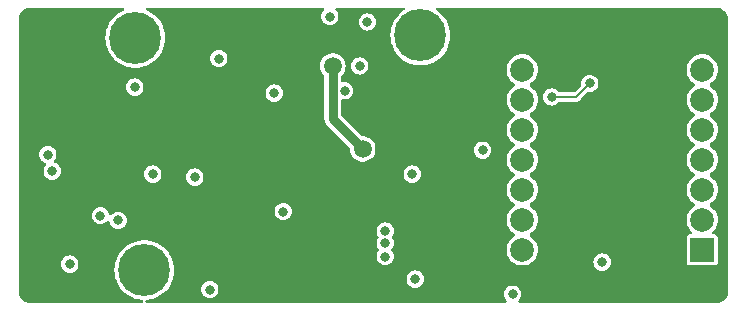
<source format=gbr>
%TF.GenerationSoftware,KiCad,Pcbnew,7.0.9*%
%TF.CreationDate,2024-04-30T03:57:03-04:00*%
%TF.ProjectId,5.2_5V,352e325f-3556-42e6-9b69-6361645f7063,rev?*%
%TF.SameCoordinates,Original*%
%TF.FileFunction,Copper,L4,Bot*%
%TF.FilePolarity,Positive*%
%FSLAX46Y46*%
G04 Gerber Fmt 4.6, Leading zero omitted, Abs format (unit mm)*
G04 Created by KiCad (PCBNEW 7.0.9) date 2024-04-30 03:57:03*
%MOMM*%
%LPD*%
G01*
G04 APERTURE LIST*
%TA.AperFunction,ComponentPad*%
%ADD10R,2.000000X2.000000*%
%TD*%
%TA.AperFunction,ComponentPad*%
%ADD11C,2.000000*%
%TD*%
%TA.AperFunction,ComponentPad*%
%ADD12C,4.400000*%
%TD*%
%TA.AperFunction,ViaPad*%
%ADD13C,0.800000*%
%TD*%
%TA.AperFunction,ViaPad*%
%ADD14C,1.500000*%
%TD*%
%TA.AperFunction,Conductor*%
%ADD15C,0.750000*%
%TD*%
%TA.AperFunction,Conductor*%
%ADD16C,0.127000*%
%TD*%
G04 APERTURE END LIST*
D10*
%TO.P,U3,1,PA02_A0_D0*%
%TO.N,GND*%
X183432500Y-52380000D03*
D11*
%TO.P,U3,2,PA4_A1_D1*%
X183432500Y-49840000D03*
%TO.P,U3,3,PA10_A2_D2*%
%TO.N,DRDY*%
X183432500Y-47300000D03*
%TO.P,U3,4,PA11_A3_D3*%
%TO.N,CS*%
X183432500Y-44760000D03*
%TO.P,U3,5,PA8_A4_D4_SDA*%
%TO.N,Net-(U3-PA8_A4_D4_SDA)*%
X183432500Y-42220000D03*
%TO.P,U3,6,PA9_A5_D5_SCL*%
X183432500Y-39680000D03*
%TO.P,U3,7,PB08_A6_D6_TX*%
X183432500Y-37140000D03*
%TO.P,U3,8,PB09_A7_D7_RX*%
X168192500Y-37140000D03*
%TO.P,U3,9,PA7_A8_D8_SCK*%
%TO.N,SCLK*%
X168192500Y-39680000D03*
%TO.P,U3,10,PA5_A9_D9_MISO*%
%TO.N,DOUT*%
X168192500Y-42220000D03*
%TO.P,U3,11,PA6_A10_D10_MOSI*%
%TO.N,DIN*%
X168192500Y-44760000D03*
%TO.P,U3,12,3V3*%
%TO.N,3V3*%
X168192500Y-47300000D03*
%TO.P,U3,13,GND*%
%TO.N,GND*%
X168192500Y-49840000D03*
%TO.P,U3,14,5V*%
%TO.N,Net-(D1-K)*%
X168192500Y-52380000D03*
%TD*%
D12*
%TO.P,H3,1*%
%TO.N,N/C*%
X159562800Y-34239200D03*
%TD*%
%TO.P,H2,1*%
%TO.N,N/C*%
X136194800Y-54102000D03*
%TD*%
%TO.P,H1,1*%
%TO.N,N/C*%
X135432800Y-34442400D03*
%TD*%
D13*
%TO.N,GND*%
X142494000Y-36195000D03*
%TO.N,5V*%
X128397000Y-45720000D03*
X174950000Y-53425000D03*
X147955000Y-49149000D03*
X156591000Y-50800000D03*
X136906000Y-45974000D03*
X156591000Y-51816000D03*
X156591000Y-52959000D03*
X133975000Y-49900000D03*
%TO.N,GND*%
X128016000Y-44323000D03*
X158877000Y-45974000D03*
X153150000Y-38925000D03*
X140462000Y-46228000D03*
X141732000Y-55753000D03*
X155075000Y-33100000D03*
X129875000Y-53594000D03*
X159131000Y-54864000D03*
X135382000Y-38608000D03*
X147193000Y-39116000D03*
X132470000Y-49493844D03*
X167375000Y-56150000D03*
X151892000Y-32639000D03*
X154425000Y-36825000D03*
X164829819Y-43958181D03*
D14*
%TO.N,Net-(PS2-+VIN_(VCC))*%
X154675700Y-43850700D03*
X152146000Y-36830000D03*
D13*
%TO.N,Net-(U3-PA8_A4_D4_SDA)*%
X170675000Y-39450000D03*
X173900000Y-38300000D03*
%TD*%
D15*
%TO.N,Net-(PS2-+VIN_(VCC))*%
X152146000Y-41321000D02*
X154675700Y-43850700D01*
X152146000Y-36830000D02*
X152146000Y-41321000D01*
D16*
%TO.N,Net-(U3-PA8_A4_D4_SDA)*%
X172750000Y-39450000D02*
X170675000Y-39450000D01*
X173900000Y-38300000D02*
X172750000Y-39450000D01*
%TD*%
%TA.AperFunction,NonConductor*%
G36*
X134453973Y-31897185D02*
G01*
X134499728Y-31949989D01*
X134509672Y-32019147D01*
X134480647Y-32082703D01*
X134432581Y-32116792D01*
X134353243Y-32148203D01*
X134353242Y-32148204D01*
X134074210Y-32301604D01*
X134074198Y-32301611D01*
X133816618Y-32488754D01*
X133816608Y-32488762D01*
X133584499Y-32706727D01*
X133381531Y-32952073D01*
X133210923Y-33220909D01*
X133210920Y-33220915D01*
X133075351Y-33509012D01*
X133075349Y-33509017D01*
X132976955Y-33811841D01*
X132917289Y-34124620D01*
X132917288Y-34124627D01*
X132897297Y-34442394D01*
X132897297Y-34442405D01*
X132917288Y-34760172D01*
X132917289Y-34760179D01*
X132976955Y-35072958D01*
X133075349Y-35375782D01*
X133075351Y-35375787D01*
X133210920Y-35663884D01*
X133210923Y-35663890D01*
X133381531Y-35932726D01*
X133381534Y-35932730D01*
X133381535Y-35932731D01*
X133533881Y-36116886D01*
X133584499Y-36178072D01*
X133602529Y-36195003D01*
X133799517Y-36379988D01*
X133816608Y-36396037D01*
X133816618Y-36396045D01*
X134074198Y-36583188D01*
X134074203Y-36583190D01*
X134074210Y-36583196D01*
X134353235Y-36736592D01*
X134353240Y-36736594D01*
X134353242Y-36736595D01*
X134353243Y-36736596D01*
X134649282Y-36853806D01*
X134649285Y-36853807D01*
X134752088Y-36880202D01*
X134957694Y-36932992D01*
X135112380Y-36952533D01*
X135273584Y-36972899D01*
X135273590Y-36972899D01*
X135273594Y-36972900D01*
X135273596Y-36972900D01*
X135592004Y-36972900D01*
X135592006Y-36972900D01*
X135592011Y-36972899D01*
X135592015Y-36972899D01*
X135675876Y-36962304D01*
X135907906Y-36932992D01*
X136216314Y-36853807D01*
X136276444Y-36830000D01*
X136512356Y-36736596D01*
X136512357Y-36736595D01*
X136512355Y-36736595D01*
X136512365Y-36736592D01*
X136791390Y-36583196D01*
X137048990Y-36396039D01*
X137263071Y-36195003D01*
X141758878Y-36195003D01*
X141777307Y-36358574D01*
X141831676Y-36513953D01*
X141831677Y-36513955D01*
X141831678Y-36513957D01*
X141919258Y-36653341D01*
X142035659Y-36769742D01*
X142175043Y-36857322D01*
X142330420Y-36911691D01*
X142330423Y-36911691D01*
X142330425Y-36911692D01*
X142493996Y-36930122D01*
X142494000Y-36930122D01*
X142494004Y-36930122D01*
X142657574Y-36911692D01*
X142657575Y-36911691D01*
X142657580Y-36911691D01*
X142812957Y-36857322D01*
X142856440Y-36830000D01*
X151060871Y-36830000D01*
X151079346Y-37029391D01*
X151079347Y-37029393D01*
X151134145Y-37221989D01*
X151134151Y-37222004D01*
X151223401Y-37401241D01*
X151223406Y-37401249D01*
X151288406Y-37487322D01*
X151343381Y-37560122D01*
X151344081Y-37561048D01*
X151400037Y-37612058D01*
X151436319Y-37671769D01*
X151440500Y-37703696D01*
X151440500Y-41297802D01*
X151440387Y-41301546D01*
X151436615Y-41363907D01*
X151436615Y-41363910D01*
X151447873Y-41425347D01*
X151448436Y-41429048D01*
X151455969Y-41491077D01*
X151459618Y-41500701D01*
X151465640Y-41522304D01*
X151467496Y-41532429D01*
X151467497Y-41532433D01*
X151493135Y-41589399D01*
X151494568Y-41592859D01*
X151516719Y-41651264D01*
X151516723Y-41651271D01*
X151522563Y-41659732D01*
X151533588Y-41679279D01*
X151537810Y-41688660D01*
X151537813Y-41688665D01*
X151576342Y-41737844D01*
X151578562Y-41740860D01*
X151614047Y-41792269D01*
X151660823Y-41833709D01*
X151663515Y-41836243D01*
X152634267Y-42806995D01*
X153556821Y-43729549D01*
X153590306Y-43790872D01*
X153592612Y-43828666D01*
X153590571Y-43850701D01*
X153609046Y-44050091D01*
X153609047Y-44050093D01*
X153663845Y-44242689D01*
X153663851Y-44242704D01*
X153753101Y-44421941D01*
X153753106Y-44421949D01*
X153873781Y-44581749D01*
X153996151Y-44693303D01*
X154021764Y-44716652D01*
X154192016Y-44822068D01*
X154378740Y-44894405D01*
X154575577Y-44931200D01*
X154575579Y-44931200D01*
X154775821Y-44931200D01*
X154775823Y-44931200D01*
X154972660Y-44894405D01*
X155159384Y-44822068D01*
X155329636Y-44716652D01*
X155477620Y-44581747D01*
X155598295Y-44421947D01*
X155687553Y-44242694D01*
X155742353Y-44050092D01*
X155750869Y-43958184D01*
X164094697Y-43958184D01*
X164113126Y-44121755D01*
X164167495Y-44277134D01*
X164167496Y-44277136D01*
X164167497Y-44277138D01*
X164255077Y-44416522D01*
X164371478Y-44532923D01*
X164510862Y-44620503D01*
X164666239Y-44674872D01*
X164666242Y-44674872D01*
X164666244Y-44674873D01*
X164829815Y-44693303D01*
X164829819Y-44693303D01*
X164829823Y-44693303D01*
X164993393Y-44674873D01*
X164993394Y-44674872D01*
X164993399Y-44674872D01*
X165148776Y-44620503D01*
X165288160Y-44532923D01*
X165404561Y-44416522D01*
X165492141Y-44277138D01*
X165546510Y-44121761D01*
X165554585Y-44050092D01*
X165564941Y-43958184D01*
X165564941Y-43958177D01*
X165546511Y-43794606D01*
X165546510Y-43794604D01*
X165546510Y-43794601D01*
X165492141Y-43639224D01*
X165404561Y-43499840D01*
X165288160Y-43383439D01*
X165148776Y-43295859D01*
X165148775Y-43295858D01*
X165148774Y-43295858D01*
X165148772Y-43295857D01*
X165015484Y-43249218D01*
X164993399Y-43241490D01*
X164993398Y-43241489D01*
X164993393Y-43241488D01*
X164829823Y-43223059D01*
X164829815Y-43223059D01*
X164666244Y-43241488D01*
X164510865Y-43295857D01*
X164510863Y-43295858D01*
X164371477Y-43383439D01*
X164255077Y-43499839D01*
X164167496Y-43639225D01*
X164167495Y-43639227D01*
X164113126Y-43794606D01*
X164094697Y-43958177D01*
X164094697Y-43958184D01*
X155750869Y-43958184D01*
X155760829Y-43850700D01*
X155742353Y-43651308D01*
X155687553Y-43458706D01*
X155687548Y-43458695D01*
X155598298Y-43279458D01*
X155598293Y-43279450D01*
X155477618Y-43119650D01*
X155329637Y-42984749D01*
X155329636Y-42984748D01*
X155264801Y-42944603D01*
X155159385Y-42879332D01*
X155159383Y-42879331D01*
X155022852Y-42826439D01*
X154972660Y-42806995D01*
X154775823Y-42770200D01*
X154775821Y-42770200D01*
X154644290Y-42770200D01*
X154577251Y-42750515D01*
X154556609Y-42733881D01*
X152887819Y-41065091D01*
X152854334Y-41003768D01*
X152851500Y-40977410D01*
X152851500Y-39765245D01*
X152871185Y-39698206D01*
X152923989Y-39652451D01*
X152989384Y-39642025D01*
X153149997Y-39660122D01*
X153150000Y-39660122D01*
X153150004Y-39660122D01*
X153313574Y-39641692D01*
X153313575Y-39641691D01*
X153313580Y-39641691D01*
X153468957Y-39587322D01*
X153608341Y-39499742D01*
X153724742Y-39383341D01*
X153812322Y-39243957D01*
X153866691Y-39088580D01*
X153870362Y-39056000D01*
X153885122Y-38925003D01*
X153885122Y-38924996D01*
X153866692Y-38761425D01*
X153866691Y-38761423D01*
X153866691Y-38761420D01*
X153812322Y-38606043D01*
X153724742Y-38466659D01*
X153608341Y-38350258D01*
X153468957Y-38262678D01*
X153468956Y-38262677D01*
X153468955Y-38262677D01*
X153468953Y-38262676D01*
X153313574Y-38208307D01*
X153150004Y-38189878D01*
X153149996Y-38189878D01*
X152989383Y-38207974D01*
X152920561Y-38195919D01*
X152869182Y-38148570D01*
X152851500Y-38084754D01*
X152851500Y-37703696D01*
X152871185Y-37636657D01*
X152891963Y-37612058D01*
X152947920Y-37561047D01*
X153068595Y-37401247D01*
X153157853Y-37221994D01*
X153212653Y-37029392D01*
X153231129Y-36830000D01*
X153230666Y-36825003D01*
X153689878Y-36825003D01*
X153708307Y-36988574D01*
X153762676Y-37143953D01*
X153762677Y-37143955D01*
X153762678Y-37143957D01*
X153850258Y-37283341D01*
X153966659Y-37399742D01*
X154106043Y-37487322D01*
X154261420Y-37541691D01*
X154261423Y-37541691D01*
X154261425Y-37541692D01*
X154424996Y-37560122D01*
X154425000Y-37560122D01*
X154425004Y-37560122D01*
X154588574Y-37541692D01*
X154588575Y-37541691D01*
X154588580Y-37541691D01*
X154743957Y-37487322D01*
X154883341Y-37399742D01*
X154999742Y-37283341D01*
X155087322Y-37143957D01*
X155141691Y-36988580D01*
X155143458Y-36972899D01*
X155160122Y-36825003D01*
X155160122Y-36824996D01*
X155141692Y-36661425D01*
X155141691Y-36661423D01*
X155141691Y-36661420D01*
X155087322Y-36506043D01*
X154999742Y-36366659D01*
X154883341Y-36250258D01*
X154743957Y-36162678D01*
X154743956Y-36162677D01*
X154743955Y-36162677D01*
X154743953Y-36162676D01*
X154588574Y-36108307D01*
X154425004Y-36089878D01*
X154424996Y-36089878D01*
X154261425Y-36108307D01*
X154106046Y-36162676D01*
X154106044Y-36162677D01*
X153966658Y-36250258D01*
X153850258Y-36366658D01*
X153762677Y-36506044D01*
X153762676Y-36506046D01*
X153708307Y-36661425D01*
X153689878Y-36824996D01*
X153689878Y-36825003D01*
X153230666Y-36825003D01*
X153225541Y-36769700D01*
X153212653Y-36630608D01*
X153212652Y-36630606D01*
X153199162Y-36583195D01*
X153157853Y-36438006D01*
X153136955Y-36396037D01*
X153068598Y-36258758D01*
X153068593Y-36258750D01*
X152947918Y-36098950D01*
X152799937Y-35964049D01*
X152799936Y-35964048D01*
X152735101Y-35923903D01*
X152629685Y-35858632D01*
X152629683Y-35858631D01*
X152489741Y-35804418D01*
X152442960Y-35786295D01*
X152246123Y-35749500D01*
X152045877Y-35749500D01*
X151849040Y-35786295D01*
X151849037Y-35786295D01*
X151849037Y-35786296D01*
X151662316Y-35858631D01*
X151662314Y-35858632D01*
X151492062Y-35964049D01*
X151344081Y-36098950D01*
X151223406Y-36258750D01*
X151223401Y-36258758D01*
X151134151Y-36437995D01*
X151134145Y-36438010D01*
X151079347Y-36630606D01*
X151079346Y-36630608D01*
X151060871Y-36829999D01*
X151060871Y-36830000D01*
X142856440Y-36830000D01*
X142952341Y-36769742D01*
X143068742Y-36653341D01*
X143156322Y-36513957D01*
X143210691Y-36358580D01*
X143219375Y-36281508D01*
X143229122Y-36195003D01*
X143229122Y-36194996D01*
X143210692Y-36031425D01*
X143210691Y-36031423D01*
X143210691Y-36031420D01*
X143156322Y-35876043D01*
X143068742Y-35736659D01*
X142952341Y-35620258D01*
X142812957Y-35532678D01*
X142812956Y-35532677D01*
X142812955Y-35532677D01*
X142812953Y-35532676D01*
X142657574Y-35478307D01*
X142494004Y-35459878D01*
X142493996Y-35459878D01*
X142330425Y-35478307D01*
X142175046Y-35532676D01*
X142175044Y-35532677D01*
X142035658Y-35620258D01*
X141919258Y-35736658D01*
X141831677Y-35876044D01*
X141831676Y-35876046D01*
X141777307Y-36031425D01*
X141758878Y-36194996D01*
X141758878Y-36195003D01*
X137263071Y-36195003D01*
X137281102Y-36178071D01*
X137484065Y-35932731D01*
X137654678Y-35663888D01*
X137790251Y-35375781D01*
X137888646Y-35072954D01*
X137948310Y-34760183D01*
X137961094Y-34556983D01*
X137968303Y-34442405D01*
X137968303Y-34442394D01*
X137948311Y-34124627D01*
X137948310Y-34124620D01*
X137948310Y-34124617D01*
X137888646Y-33811846D01*
X137790251Y-33509019D01*
X137654678Y-33220912D01*
X137577945Y-33100000D01*
X137484068Y-32952073D01*
X137421962Y-32877000D01*
X137281102Y-32706729D01*
X137258281Y-32685299D01*
X137048991Y-32488762D01*
X137048981Y-32488754D01*
X136791401Y-32301611D01*
X136791394Y-32301606D01*
X136791390Y-32301604D01*
X136512365Y-32148208D01*
X136512362Y-32148206D01*
X136512357Y-32148204D01*
X136512356Y-32148203D01*
X136433019Y-32116792D01*
X136377933Y-32073811D01*
X136354830Y-32007872D01*
X136371043Y-31939910D01*
X136421426Y-31891502D01*
X136478666Y-31877500D01*
X151321055Y-31877500D01*
X151388094Y-31897185D01*
X151433849Y-31949989D01*
X151443793Y-32019147D01*
X151414768Y-32082703D01*
X151408736Y-32089181D01*
X151317258Y-32180658D01*
X151229677Y-32320044D01*
X151229676Y-32320046D01*
X151175307Y-32475425D01*
X151156878Y-32638996D01*
X151156878Y-32639003D01*
X151175307Y-32802574D01*
X151229676Y-32957953D01*
X151229677Y-32957955D01*
X151229678Y-32957957D01*
X151317258Y-33097341D01*
X151433659Y-33213742D01*
X151573043Y-33301322D01*
X151728420Y-33355691D01*
X151728423Y-33355691D01*
X151728425Y-33355692D01*
X151891996Y-33374122D01*
X151892000Y-33374122D01*
X151892004Y-33374122D01*
X152055574Y-33355692D01*
X152055575Y-33355691D01*
X152055580Y-33355691D01*
X152210957Y-33301322D01*
X152350341Y-33213742D01*
X152464080Y-33100003D01*
X154339878Y-33100003D01*
X154358307Y-33263574D01*
X154412676Y-33418953D01*
X154412677Y-33418955D01*
X154412678Y-33418957D01*
X154500258Y-33558341D01*
X154616659Y-33674742D01*
X154756043Y-33762322D01*
X154911420Y-33816691D01*
X154911423Y-33816691D01*
X154911425Y-33816692D01*
X155074996Y-33835122D01*
X155075000Y-33835122D01*
X155075004Y-33835122D01*
X155238574Y-33816692D01*
X155238575Y-33816691D01*
X155238580Y-33816691D01*
X155393957Y-33762322D01*
X155533341Y-33674742D01*
X155649742Y-33558341D01*
X155737322Y-33418957D01*
X155791691Y-33263580D01*
X155791692Y-33263574D01*
X155810122Y-33100003D01*
X155810122Y-33099996D01*
X155791692Y-32936425D01*
X155791691Y-32936423D01*
X155791691Y-32936420D01*
X155737322Y-32781043D01*
X155649742Y-32641659D01*
X155533341Y-32525258D01*
X155393957Y-32437678D01*
X155393956Y-32437677D01*
X155393955Y-32437677D01*
X155393953Y-32437676D01*
X155238574Y-32383307D01*
X155075004Y-32364878D01*
X155074996Y-32364878D01*
X154911425Y-32383307D01*
X154756046Y-32437676D01*
X154756044Y-32437677D01*
X154616658Y-32525258D01*
X154500258Y-32641658D01*
X154412677Y-32781044D01*
X154412676Y-32781046D01*
X154358307Y-32936425D01*
X154339878Y-33099996D01*
X154339878Y-33100003D01*
X152464080Y-33100003D01*
X152466742Y-33097341D01*
X152554322Y-32957957D01*
X152608691Y-32802580D01*
X152608692Y-32802574D01*
X152627122Y-32639003D01*
X152627122Y-32638996D01*
X152608692Y-32475425D01*
X152608691Y-32475423D01*
X152608691Y-32475420D01*
X152554322Y-32320043D01*
X152466742Y-32180659D01*
X152375264Y-32089181D01*
X152341779Y-32027858D01*
X152346763Y-31958166D01*
X152388635Y-31902233D01*
X152454099Y-31877816D01*
X152462945Y-31877500D01*
X158126625Y-31877500D01*
X158193664Y-31897185D01*
X158239419Y-31949989D01*
X158249363Y-32019147D01*
X158220338Y-32082703D01*
X158199510Y-32101818D01*
X157946618Y-32285554D01*
X157946608Y-32285562D01*
X157714499Y-32503527D01*
X157511531Y-32748873D01*
X157340923Y-33017709D01*
X157340920Y-33017715D01*
X157205351Y-33305812D01*
X157205349Y-33305817D01*
X157106955Y-33608641D01*
X157047289Y-33921420D01*
X157047288Y-33921427D01*
X157027297Y-34239194D01*
X157027297Y-34239205D01*
X157047288Y-34556972D01*
X157047289Y-34556979D01*
X157106955Y-34869758D01*
X157205349Y-35172582D01*
X157205351Y-35172587D01*
X157340920Y-35460684D01*
X157340923Y-35460690D01*
X157511531Y-35729526D01*
X157511534Y-35729530D01*
X157511535Y-35729531D01*
X157705544Y-35964048D01*
X157714499Y-35974872D01*
X157946608Y-36192837D01*
X157946618Y-36192845D01*
X158204198Y-36379988D01*
X158204203Y-36379990D01*
X158204210Y-36379996D01*
X158483235Y-36533392D01*
X158483240Y-36533394D01*
X158483242Y-36533395D01*
X158483243Y-36533396D01*
X158779282Y-36650606D01*
X158779285Y-36650607D01*
X158882088Y-36677002D01*
X159087694Y-36729792D01*
X159242380Y-36749333D01*
X159403584Y-36769699D01*
X159403590Y-36769699D01*
X159403594Y-36769700D01*
X159403596Y-36769700D01*
X159722004Y-36769700D01*
X159722006Y-36769700D01*
X159722011Y-36769699D01*
X159722015Y-36769699D01*
X159805876Y-36759104D01*
X160037906Y-36729792D01*
X160346314Y-36650607D01*
X160516575Y-36583196D01*
X160642356Y-36533396D01*
X160642357Y-36533395D01*
X160642355Y-36533395D01*
X160642365Y-36533392D01*
X160921390Y-36379996D01*
X161178990Y-36192839D01*
X161411102Y-35974871D01*
X161614065Y-35729531D01*
X161784678Y-35460688D01*
X161920251Y-35172581D01*
X162018646Y-34869754D01*
X162078310Y-34556983D01*
X162085519Y-34442400D01*
X162098303Y-34239205D01*
X162098303Y-34239194D01*
X162078311Y-33921427D01*
X162078310Y-33921420D01*
X162078310Y-33921417D01*
X162018646Y-33608646D01*
X161920251Y-33305819D01*
X161918135Y-33301323D01*
X161823398Y-33099996D01*
X161784678Y-33017712D01*
X161695697Y-32877500D01*
X161614068Y-32748873D01*
X161614065Y-32748869D01*
X161411102Y-32503529D01*
X161178990Y-32285561D01*
X161178987Y-32285559D01*
X161178981Y-32285554D01*
X160926090Y-32101818D01*
X160883424Y-32046488D01*
X160877445Y-31976875D01*
X160910051Y-31915080D01*
X160970889Y-31880723D01*
X160998975Y-31877500D01*
X184607793Y-31877500D01*
X184613195Y-31877735D01*
X184656019Y-31881482D01*
X184782271Y-31893918D01*
X184802185Y-31897541D01*
X184868849Y-31915403D01*
X184962070Y-31943682D01*
X184978471Y-31949958D01*
X184979348Y-31950367D01*
X185045911Y-31981406D01*
X185048875Y-31982888D01*
X185086469Y-32002982D01*
X185132827Y-32027762D01*
X185139167Y-32031657D01*
X185205328Y-32077983D01*
X185209100Y-32080844D01*
X185281308Y-32140103D01*
X185285809Y-32144182D01*
X185343315Y-32201688D01*
X185347395Y-32206190D01*
X185406654Y-32278398D01*
X185409515Y-32282170D01*
X185455841Y-32348331D01*
X185459736Y-32354671D01*
X185504601Y-32438605D01*
X185506114Y-32441631D01*
X185537540Y-32509027D01*
X185543819Y-32525435D01*
X185572101Y-32618669D01*
X185589954Y-32685299D01*
X185593582Y-32705238D01*
X185606023Y-32831554D01*
X185609764Y-32874302D01*
X185610000Y-32879710D01*
X185610000Y-32927916D01*
X185610089Y-32928738D01*
X185649495Y-55867355D01*
X185649259Y-55872869D01*
X185645489Y-55915952D01*
X185633109Y-56041756D01*
X185629480Y-56061706D01*
X185611460Y-56128961D01*
X185583374Y-56221542D01*
X185577098Y-56237946D01*
X185545482Y-56305752D01*
X185543969Y-56308778D01*
X185499340Y-56392277D01*
X185495445Y-56398617D01*
X185448905Y-56465089D01*
X185446044Y-56468861D01*
X185387057Y-56540744D01*
X185382968Y-56545257D01*
X185325226Y-56603002D01*
X185320716Y-56607089D01*
X185248845Y-56666079D01*
X185245075Y-56668940D01*
X185178606Y-56715491D01*
X185172264Y-56719387D01*
X185088765Y-56764025D01*
X185085742Y-56765537D01*
X185017937Y-56797162D01*
X185001529Y-56803442D01*
X184908956Y-56831534D01*
X184900731Y-56833738D01*
X184841692Y-56849563D01*
X184821757Y-56853193D01*
X184697205Y-56865474D01*
X184652608Y-56869381D01*
X184647201Y-56869618D01*
X174083361Y-56870868D01*
X167985867Y-56871590D01*
X167918826Y-56851914D01*
X167873065Y-56799116D01*
X167863113Y-56729958D01*
X167892130Y-56666399D01*
X167898159Y-56659923D01*
X167949742Y-56608341D01*
X168037322Y-56468957D01*
X168091691Y-56313580D01*
X168092573Y-56305752D01*
X168110122Y-56150003D01*
X168110122Y-56149996D01*
X168091692Y-55986425D01*
X168091691Y-55986423D01*
X168091691Y-55986420D01*
X168037322Y-55831043D01*
X167949742Y-55691659D01*
X167833341Y-55575258D01*
X167693957Y-55487678D01*
X167693956Y-55487677D01*
X167693955Y-55487677D01*
X167693953Y-55487676D01*
X167560665Y-55441037D01*
X167538580Y-55433309D01*
X167538579Y-55433308D01*
X167538574Y-55433307D01*
X167375004Y-55414878D01*
X167374996Y-55414878D01*
X167211425Y-55433307D01*
X167056046Y-55487676D01*
X167056044Y-55487677D01*
X166916658Y-55575258D01*
X166800258Y-55691658D01*
X166712677Y-55831044D01*
X166712676Y-55831046D01*
X166658307Y-55986425D01*
X166639878Y-56149996D01*
X166639878Y-56150003D01*
X166658307Y-56313574D01*
X166712676Y-56468953D01*
X166712677Y-56468955D01*
X166800258Y-56608341D01*
X166851971Y-56660054D01*
X166885456Y-56721377D01*
X166880472Y-56791069D01*
X166838600Y-56847002D01*
X166773136Y-56871419D01*
X166764305Y-56871735D01*
X136402741Y-56875331D01*
X136335699Y-56855654D01*
X136289938Y-56802856D01*
X136279986Y-56733698D01*
X136309003Y-56670139D01*
X136367777Y-56632358D01*
X136387184Y-56628309D01*
X136534752Y-56609666D01*
X136669906Y-56592592D01*
X136978314Y-56513407D01*
X137042177Y-56488122D01*
X137274356Y-56396196D01*
X137274357Y-56396195D01*
X137274355Y-56396195D01*
X137274365Y-56396192D01*
X137553390Y-56242796D01*
X137810990Y-56055639D01*
X138043102Y-55837671D01*
X138113145Y-55753003D01*
X140996878Y-55753003D01*
X141015307Y-55916574D01*
X141069676Y-56071953D01*
X141069677Y-56071955D01*
X141069678Y-56071957D01*
X141157258Y-56211341D01*
X141273659Y-56327742D01*
X141413043Y-56415322D01*
X141568420Y-56469691D01*
X141568423Y-56469691D01*
X141568425Y-56469692D01*
X141731996Y-56488122D01*
X141732000Y-56488122D01*
X141732004Y-56488122D01*
X141895574Y-56469692D01*
X141895575Y-56469691D01*
X141895580Y-56469691D01*
X142050957Y-56415322D01*
X142190341Y-56327742D01*
X142306742Y-56211341D01*
X142394322Y-56071957D01*
X142448691Y-55916580D01*
X142448762Y-55915952D01*
X142467122Y-55753003D01*
X142467122Y-55752996D01*
X142448692Y-55589425D01*
X142448691Y-55589423D01*
X142448691Y-55589420D01*
X142394322Y-55434043D01*
X142306742Y-55294659D01*
X142190341Y-55178258D01*
X142050957Y-55090678D01*
X142050956Y-55090677D01*
X142050955Y-55090677D01*
X142050953Y-55090676D01*
X141895574Y-55036307D01*
X141732004Y-55017878D01*
X141731996Y-55017878D01*
X141568425Y-55036307D01*
X141413046Y-55090676D01*
X141413044Y-55090677D01*
X141273658Y-55178258D01*
X141157258Y-55294658D01*
X141069677Y-55434044D01*
X141069676Y-55434046D01*
X141015307Y-55589425D01*
X140996878Y-55752996D01*
X140996878Y-55753003D01*
X138113145Y-55753003D01*
X138246065Y-55592331D01*
X138416678Y-55323488D01*
X138552251Y-55035381D01*
X138607935Y-54864003D01*
X158395878Y-54864003D01*
X158414307Y-55027574D01*
X158468676Y-55182953D01*
X158468677Y-55182955D01*
X158468678Y-55182957D01*
X158556258Y-55322341D01*
X158672659Y-55438742D01*
X158812043Y-55526322D01*
X158967420Y-55580691D01*
X158967423Y-55580691D01*
X158967425Y-55580692D01*
X159130996Y-55599122D01*
X159131000Y-55599122D01*
X159131004Y-55599122D01*
X159294574Y-55580692D01*
X159294575Y-55580691D01*
X159294580Y-55580691D01*
X159449957Y-55526322D01*
X159589341Y-55438742D01*
X159705742Y-55322341D01*
X159793322Y-55182957D01*
X159847691Y-55027580D01*
X159866122Y-54864000D01*
X159851312Y-54732558D01*
X159847692Y-54700425D01*
X159847691Y-54700423D01*
X159847691Y-54700420D01*
X159793322Y-54545043D01*
X159705742Y-54405659D01*
X159589341Y-54289258D01*
X159449957Y-54201678D01*
X159449956Y-54201677D01*
X159449955Y-54201677D01*
X159449953Y-54201676D01*
X159294574Y-54147307D01*
X159131004Y-54128878D01*
X159130996Y-54128878D01*
X158967425Y-54147307D01*
X158812046Y-54201676D01*
X158812044Y-54201677D01*
X158672658Y-54289258D01*
X158556258Y-54405658D01*
X158468677Y-54545044D01*
X158468676Y-54545046D01*
X158414307Y-54700425D01*
X158395878Y-54863996D01*
X158395878Y-54864003D01*
X138607935Y-54864003D01*
X138650646Y-54732554D01*
X138710310Y-54419783D01*
X138716014Y-54329122D01*
X138730303Y-54102005D01*
X138730303Y-54101994D01*
X138710311Y-53784227D01*
X138710310Y-53784220D01*
X138710310Y-53784217D01*
X138650646Y-53471446D01*
X138552251Y-53168619D01*
X138522805Y-53106044D01*
X138453613Y-52959003D01*
X155855878Y-52959003D01*
X155874307Y-53122574D01*
X155928676Y-53277953D01*
X155928677Y-53277955D01*
X155928678Y-53277957D01*
X156016258Y-53417341D01*
X156132659Y-53533742D01*
X156272043Y-53621322D01*
X156427420Y-53675691D01*
X156427423Y-53675691D01*
X156427425Y-53675692D01*
X156590996Y-53694122D01*
X156591000Y-53694122D01*
X156591004Y-53694122D01*
X156754574Y-53675692D01*
X156754575Y-53675691D01*
X156754580Y-53675691D01*
X156909957Y-53621322D01*
X157049341Y-53533742D01*
X157165742Y-53417341D01*
X157253322Y-53277957D01*
X157307691Y-53122580D01*
X157309554Y-53106044D01*
X157326122Y-52959003D01*
X157326122Y-52958996D01*
X157307692Y-52795425D01*
X157307691Y-52795423D01*
X157307691Y-52795420D01*
X157253322Y-52640043D01*
X157165742Y-52500659D01*
X157140264Y-52475181D01*
X157106779Y-52413858D01*
X157109200Y-52380002D01*
X166856918Y-52380002D01*
X166877208Y-52611919D01*
X166877208Y-52611923D01*
X166937460Y-52836788D01*
X166937462Y-52836792D01*
X166937463Y-52836796D01*
X166981707Y-52931677D01*
X167035851Y-53047790D01*
X167035852Y-53047792D01*
X167169381Y-53238491D01*
X167169386Y-53238497D01*
X167334002Y-53403113D01*
X167334008Y-53403118D01*
X167524707Y-53536647D01*
X167524709Y-53536648D01*
X167735704Y-53635037D01*
X167960579Y-53695292D01*
X168155182Y-53712317D01*
X168192498Y-53715582D01*
X168192500Y-53715582D01*
X168192502Y-53715582D01*
X168222561Y-53712951D01*
X168424421Y-53695292D01*
X168649296Y-53635037D01*
X168860291Y-53536648D01*
X169019737Y-53425003D01*
X174214878Y-53425003D01*
X174233307Y-53588574D01*
X174287676Y-53743953D01*
X174287677Y-53743955D01*
X174287678Y-53743957D01*
X174375258Y-53883341D01*
X174491659Y-53999742D01*
X174631043Y-54087322D01*
X174786420Y-54141691D01*
X174786423Y-54141691D01*
X174786425Y-54141692D01*
X174949996Y-54160122D01*
X174950000Y-54160122D01*
X174950004Y-54160122D01*
X175113574Y-54141692D01*
X175113575Y-54141691D01*
X175113580Y-54141691D01*
X175268957Y-54087322D01*
X175408341Y-53999742D01*
X175524742Y-53883341D01*
X175612322Y-53743957D01*
X175666691Y-53588580D01*
X175668504Y-53572491D01*
X175685122Y-53425003D01*
X175685122Y-53424996D01*
X175666692Y-53261425D01*
X175666691Y-53261423D01*
X175666691Y-53261420D01*
X175612322Y-53106043D01*
X175524742Y-52966659D01*
X175408341Y-52850258D01*
X175268957Y-52762678D01*
X175268956Y-52762677D01*
X175268955Y-52762677D01*
X175268953Y-52762676D01*
X175113574Y-52708307D01*
X174950004Y-52689878D01*
X174949996Y-52689878D01*
X174786425Y-52708307D01*
X174631046Y-52762676D01*
X174631044Y-52762677D01*
X174491658Y-52850258D01*
X174375258Y-52966658D01*
X174287677Y-53106044D01*
X174287676Y-53106046D01*
X174233307Y-53261425D01*
X174214878Y-53424996D01*
X174214878Y-53425003D01*
X169019737Y-53425003D01*
X169050996Y-53403115D01*
X169215615Y-53238496D01*
X169349148Y-53047791D01*
X169447537Y-52836796D01*
X169507792Y-52611921D01*
X169528082Y-52380000D01*
X169507792Y-52148079D01*
X169447537Y-51923204D01*
X169349148Y-51712209D01*
X169334012Y-51690593D01*
X169215618Y-51521508D01*
X169215613Y-51521502D01*
X169050997Y-51356886D01*
X169050991Y-51356881D01*
X168860292Y-51223352D01*
X168858213Y-51222383D01*
X168857451Y-51221712D01*
X168855601Y-51220644D01*
X168855815Y-51220272D01*
X168805773Y-51176211D01*
X168786620Y-51109018D01*
X168806835Y-51042136D01*
X168855802Y-50999705D01*
X168855601Y-50999356D01*
X168857414Y-50998309D01*
X168858213Y-50997617D01*
X168858230Y-50997608D01*
X168860291Y-50996648D01*
X169050996Y-50863115D01*
X169215615Y-50698496D01*
X169349148Y-50507791D01*
X169447537Y-50296796D01*
X169507792Y-50071921D01*
X169528082Y-49840002D01*
X182096918Y-49840002D01*
X182099166Y-49865692D01*
X182113312Y-50027393D01*
X182117208Y-50071919D01*
X182117208Y-50071923D01*
X182177460Y-50296788D01*
X182177462Y-50296792D01*
X182177463Y-50296796D01*
X182198383Y-50341658D01*
X182275851Y-50507790D01*
X182275852Y-50507792D01*
X182409381Y-50698491D01*
X182409386Y-50698497D01*
X182548708Y-50837819D01*
X182582193Y-50899142D01*
X182577209Y-50968834D01*
X182535337Y-51024767D01*
X182469873Y-51049184D01*
X182461027Y-51049500D01*
X182393775Y-51049500D01*
X182345640Y-51055836D01*
X182345639Y-51055837D01*
X182240008Y-51105094D01*
X182157594Y-51187508D01*
X182108337Y-51293139D01*
X182108336Y-51293140D01*
X182102000Y-51341275D01*
X182102000Y-53418724D01*
X182108336Y-53466859D01*
X182108337Y-53466860D01*
X182139525Y-53533742D01*
X182157594Y-53572491D01*
X182240009Y-53654906D01*
X182284583Y-53675691D01*
X182345639Y-53704162D01*
X182345640Y-53704163D01*
X182393775Y-53710500D01*
X182393776Y-53710500D01*
X184471225Y-53710500D01*
X184519359Y-53704163D01*
X184624991Y-53654906D01*
X184707406Y-53572491D01*
X184756663Y-53466859D01*
X184763000Y-53418724D01*
X184763000Y-51341276D01*
X184756663Y-51293141D01*
X184707406Y-51187509D01*
X184624991Y-51105094D01*
X184603424Y-51095037D01*
X184519360Y-51055837D01*
X184519359Y-51055836D01*
X184471225Y-51049500D01*
X184471224Y-51049500D01*
X184403973Y-51049500D01*
X184336934Y-51029815D01*
X184291179Y-50977011D01*
X184281235Y-50907853D01*
X184310260Y-50844297D01*
X184316292Y-50837819D01*
X184354115Y-50799996D01*
X184455615Y-50698496D01*
X184589148Y-50507791D01*
X184687537Y-50296796D01*
X184747792Y-50071921D01*
X184768082Y-49840000D01*
X184765702Y-49812801D01*
X184764136Y-49794907D01*
X184747792Y-49608079D01*
X184687537Y-49383204D01*
X184589148Y-49172209D01*
X184493425Y-49035503D01*
X184455618Y-48981508D01*
X184455613Y-48981502D01*
X184290997Y-48816886D01*
X184290991Y-48816881D01*
X184100292Y-48683352D01*
X184098213Y-48682383D01*
X184097451Y-48681712D01*
X184095601Y-48680644D01*
X184095815Y-48680272D01*
X184045773Y-48636211D01*
X184026620Y-48569018D01*
X184046835Y-48502136D01*
X184095802Y-48459705D01*
X184095601Y-48459356D01*
X184097414Y-48458309D01*
X184098213Y-48457617D01*
X184098230Y-48457608D01*
X184100291Y-48456648D01*
X184290996Y-48323115D01*
X184455615Y-48158496D01*
X184589148Y-47967791D01*
X184687537Y-47756796D01*
X184747792Y-47531921D01*
X184768082Y-47300000D01*
X184747792Y-47068079D01*
X184710916Y-46930458D01*
X184687539Y-46843211D01*
X184687538Y-46843210D01*
X184687537Y-46843204D01*
X184589148Y-46632209D01*
X184465150Y-46455122D01*
X184455618Y-46441508D01*
X184455613Y-46441502D01*
X184290997Y-46276886D01*
X184290991Y-46276881D01*
X184100292Y-46143352D01*
X184098213Y-46142383D01*
X184097451Y-46141712D01*
X184095601Y-46140644D01*
X184095815Y-46140272D01*
X184045773Y-46096211D01*
X184026620Y-46029018D01*
X184046835Y-45962136D01*
X184095802Y-45919705D01*
X184095601Y-45919356D01*
X184097414Y-45918309D01*
X184098213Y-45917617D01*
X184098230Y-45917608D01*
X184100291Y-45916648D01*
X184290996Y-45783115D01*
X184455615Y-45618496D01*
X184589148Y-45427791D01*
X184687537Y-45216796D01*
X184747792Y-44991921D01*
X184768082Y-44760000D01*
X184747792Y-44528079D01*
X184687537Y-44303204D01*
X184589148Y-44092209D01*
X184559657Y-44050092D01*
X184455618Y-43901508D01*
X184455613Y-43901502D01*
X184290997Y-43736886D01*
X184290991Y-43736881D01*
X184100292Y-43603352D01*
X184098213Y-43602383D01*
X184097451Y-43601712D01*
X184095601Y-43600644D01*
X184095815Y-43600272D01*
X184045773Y-43556211D01*
X184026620Y-43489018D01*
X184046835Y-43422136D01*
X184095802Y-43379705D01*
X184095601Y-43379356D01*
X184097414Y-43378309D01*
X184098213Y-43377617D01*
X184098230Y-43377608D01*
X184100291Y-43376648D01*
X184290996Y-43243115D01*
X184455615Y-43078496D01*
X184589148Y-42887791D01*
X184687537Y-42676796D01*
X184747792Y-42451921D01*
X184768082Y-42220000D01*
X184747792Y-41988079D01*
X184687537Y-41763204D01*
X184589148Y-41552209D01*
X184575299Y-41532431D01*
X184455618Y-41361508D01*
X184455613Y-41361502D01*
X184290997Y-41196886D01*
X184290991Y-41196881D01*
X184100292Y-41063352D01*
X184098213Y-41062383D01*
X184097451Y-41061712D01*
X184095601Y-41060644D01*
X184095815Y-41060272D01*
X184045773Y-41016211D01*
X184026620Y-40949018D01*
X184046835Y-40882136D01*
X184095802Y-40839705D01*
X184095601Y-40839356D01*
X184097414Y-40838309D01*
X184098213Y-40837617D01*
X184098230Y-40837608D01*
X184100291Y-40836648D01*
X184290996Y-40703115D01*
X184455615Y-40538496D01*
X184589148Y-40347791D01*
X184687537Y-40136796D01*
X184747792Y-39911921D01*
X184768082Y-39680000D01*
X184764730Y-39641691D01*
X184762271Y-39613580D01*
X184747792Y-39448079D01*
X184702641Y-39279574D01*
X184687539Y-39223211D01*
X184687538Y-39223210D01*
X184687537Y-39223204D01*
X184589148Y-39012209D01*
X184554217Y-38962323D01*
X184455618Y-38821508D01*
X184455613Y-38821502D01*
X184290997Y-38656886D01*
X184290991Y-38656881D01*
X184100292Y-38523352D01*
X184098213Y-38522383D01*
X184097451Y-38521712D01*
X184095601Y-38520644D01*
X184095815Y-38520272D01*
X184045773Y-38476211D01*
X184026620Y-38409018D01*
X184046835Y-38342136D01*
X184095802Y-38299705D01*
X184095601Y-38299356D01*
X184097414Y-38298309D01*
X184098213Y-38297617D01*
X184098230Y-38297608D01*
X184100291Y-38296648D01*
X184290996Y-38163115D01*
X184455615Y-37998496D01*
X184589148Y-37807791D01*
X184687537Y-37596796D01*
X184747792Y-37371921D01*
X184768082Y-37140000D01*
X184747792Y-36908079D01*
X184687537Y-36683204D01*
X184589148Y-36472209D01*
X184535817Y-36396045D01*
X184455618Y-36281508D01*
X184455613Y-36281502D01*
X184290997Y-36116886D01*
X184290991Y-36116881D01*
X184100292Y-35983352D01*
X184100290Y-35983351D01*
X183991724Y-35932726D01*
X183889296Y-35884963D01*
X183889292Y-35884962D01*
X183889288Y-35884960D01*
X183664421Y-35824708D01*
X183432502Y-35804418D01*
X183432498Y-35804418D01*
X183277886Y-35817944D01*
X183200579Y-35824708D01*
X183200576Y-35824708D01*
X182975711Y-35884960D01*
X182975702Y-35884964D01*
X182764709Y-35983351D01*
X182764707Y-35983352D01*
X182574008Y-36116881D01*
X182574002Y-36116886D01*
X182409386Y-36281502D01*
X182409381Y-36281508D01*
X182275852Y-36472207D01*
X182275851Y-36472209D01*
X182177464Y-36683202D01*
X182177460Y-36683211D01*
X182117208Y-36908076D01*
X182117208Y-36908080D01*
X182096918Y-37139997D01*
X182096918Y-37140002D01*
X182117208Y-37371919D01*
X182117208Y-37371923D01*
X182177460Y-37596788D01*
X182177462Y-37596792D01*
X182177463Y-37596796D01*
X182196527Y-37637678D01*
X182275851Y-37807790D01*
X182275852Y-37807792D01*
X182409381Y-37998491D01*
X182409386Y-37998497D01*
X182574002Y-38163113D01*
X182574008Y-38163118D01*
X182620853Y-38195919D01*
X182764709Y-38296648D01*
X182766202Y-38297344D01*
X182766793Y-38297620D01*
X182767556Y-38298291D01*
X182769399Y-38299356D01*
X182769185Y-38299726D01*
X182819230Y-38343795D01*
X182838379Y-38410989D01*
X182818160Y-38477869D01*
X182769198Y-38520295D01*
X182769399Y-38520644D01*
X182767593Y-38521686D01*
X182766793Y-38522380D01*
X182764708Y-38523352D01*
X182764707Y-38523352D01*
X182574008Y-38656881D01*
X182574002Y-38656886D01*
X182409386Y-38821502D01*
X182409381Y-38821508D01*
X182275852Y-39012207D01*
X182275851Y-39012209D01*
X182177464Y-39223202D01*
X182177460Y-39223211D01*
X182117208Y-39448076D01*
X182117208Y-39448080D01*
X182100270Y-39641691D01*
X182096918Y-39680000D01*
X182116894Y-39908337D01*
X182117208Y-39911919D01*
X182117208Y-39911923D01*
X182177460Y-40136788D01*
X182177462Y-40136792D01*
X182177463Y-40136796D01*
X182191404Y-40166692D01*
X182275851Y-40347790D01*
X182275852Y-40347792D01*
X182409381Y-40538491D01*
X182409385Y-40538496D01*
X182574004Y-40703115D01*
X182764709Y-40836648D01*
X182766202Y-40837344D01*
X182766793Y-40837620D01*
X182767556Y-40838291D01*
X182769399Y-40839356D01*
X182769185Y-40839726D01*
X182819230Y-40883795D01*
X182838379Y-40950989D01*
X182818160Y-41017869D01*
X182769198Y-41060295D01*
X182769399Y-41060644D01*
X182767593Y-41061686D01*
X182766793Y-41062380D01*
X182764708Y-41063352D01*
X182764707Y-41063352D01*
X182574008Y-41196881D01*
X182574002Y-41196886D01*
X182409386Y-41361502D01*
X182409381Y-41361508D01*
X182275852Y-41552207D01*
X182275851Y-41552209D01*
X182177464Y-41763202D01*
X182177460Y-41763211D01*
X182117208Y-41988076D01*
X182117208Y-41988080D01*
X182096918Y-42219997D01*
X182096918Y-42220002D01*
X182117208Y-42451919D01*
X182117208Y-42451923D01*
X182177460Y-42676788D01*
X182177462Y-42676792D01*
X182177463Y-42676796D01*
X182211839Y-42750515D01*
X182275851Y-42887790D01*
X182275852Y-42887792D01*
X182409381Y-43078491D01*
X182409385Y-43078496D01*
X182574004Y-43243115D01*
X182764709Y-43376648D01*
X182766202Y-43377344D01*
X182766793Y-43377620D01*
X182767556Y-43378291D01*
X182769399Y-43379356D01*
X182769185Y-43379726D01*
X182819230Y-43423795D01*
X182838379Y-43490989D01*
X182818160Y-43557869D01*
X182769198Y-43600295D01*
X182769399Y-43600644D01*
X182767593Y-43601686D01*
X182766793Y-43602380D01*
X182764708Y-43603352D01*
X182764707Y-43603352D01*
X182574008Y-43736881D01*
X182574002Y-43736886D01*
X182409386Y-43901502D01*
X182409381Y-43901508D01*
X182275852Y-44092207D01*
X182275851Y-44092209D01*
X182177464Y-44303202D01*
X182177460Y-44303211D01*
X182117208Y-44528076D01*
X182117208Y-44528080D01*
X182100711Y-44716650D01*
X182096918Y-44760000D01*
X182108676Y-44894403D01*
X182117208Y-44991919D01*
X182117208Y-44991923D01*
X182177460Y-45216788D01*
X182177462Y-45216792D01*
X182177463Y-45216796D01*
X182221707Y-45311677D01*
X182275851Y-45427790D01*
X182275852Y-45427792D01*
X182409381Y-45618491D01*
X182409386Y-45618497D01*
X182574002Y-45783113D01*
X182574008Y-45783118D01*
X182613007Y-45810425D01*
X182764709Y-45916648D01*
X182766202Y-45917344D01*
X182766793Y-45917620D01*
X182767556Y-45918291D01*
X182769399Y-45919356D01*
X182769185Y-45919726D01*
X182819230Y-45963795D01*
X182838379Y-46030989D01*
X182818160Y-46097869D01*
X182769198Y-46140295D01*
X182769399Y-46140644D01*
X182767593Y-46141686D01*
X182766793Y-46142380D01*
X182764708Y-46143352D01*
X182764707Y-46143352D01*
X182574008Y-46276881D01*
X182574002Y-46276886D01*
X182409386Y-46441502D01*
X182409381Y-46441508D01*
X182275852Y-46632207D01*
X182275851Y-46632209D01*
X182177464Y-46843202D01*
X182177460Y-46843211D01*
X182117208Y-47068076D01*
X182117208Y-47068080D01*
X182096918Y-47299997D01*
X182096918Y-47300002D01*
X182117208Y-47531919D01*
X182117208Y-47531923D01*
X182177460Y-47756788D01*
X182177462Y-47756792D01*
X182177463Y-47756796D01*
X182226657Y-47862293D01*
X182275851Y-47967790D01*
X182275852Y-47967792D01*
X182409381Y-48158491D01*
X182409385Y-48158496D01*
X182574004Y-48323115D01*
X182764709Y-48456648D01*
X182766202Y-48457344D01*
X182766793Y-48457620D01*
X182767556Y-48458291D01*
X182769399Y-48459356D01*
X182769185Y-48459726D01*
X182819230Y-48503795D01*
X182838379Y-48570989D01*
X182818160Y-48637869D01*
X182769198Y-48680295D01*
X182769399Y-48680644D01*
X182767593Y-48681686D01*
X182766793Y-48682380D01*
X182764708Y-48683352D01*
X182764707Y-48683352D01*
X182574008Y-48816881D01*
X182574002Y-48816886D01*
X182409386Y-48981502D01*
X182409381Y-48981508D01*
X182275852Y-49172207D01*
X182275851Y-49172209D01*
X182177464Y-49383202D01*
X182177460Y-49383211D01*
X182117208Y-49608076D01*
X182117208Y-49608079D01*
X182112891Y-49657424D01*
X182096918Y-49839997D01*
X182096918Y-49840002D01*
X169528082Y-49840002D01*
X169528082Y-49840000D01*
X169525702Y-49812801D01*
X169524136Y-49794907D01*
X169507792Y-49608079D01*
X169447537Y-49383204D01*
X169349148Y-49172209D01*
X169253425Y-49035503D01*
X169215618Y-48981508D01*
X169215613Y-48981502D01*
X169050997Y-48816886D01*
X169050991Y-48816881D01*
X168860292Y-48683352D01*
X168858213Y-48682383D01*
X168857451Y-48681712D01*
X168855601Y-48680644D01*
X168855815Y-48680272D01*
X168805773Y-48636211D01*
X168786620Y-48569018D01*
X168806835Y-48502136D01*
X168855802Y-48459705D01*
X168855601Y-48459356D01*
X168857414Y-48458309D01*
X168858213Y-48457617D01*
X168858230Y-48457608D01*
X168860291Y-48456648D01*
X169050996Y-48323115D01*
X169215615Y-48158496D01*
X169349148Y-47967791D01*
X169447537Y-47756796D01*
X169507792Y-47531921D01*
X169528082Y-47300000D01*
X169507792Y-47068079D01*
X169470916Y-46930458D01*
X169447539Y-46843211D01*
X169447538Y-46843210D01*
X169447537Y-46843204D01*
X169349148Y-46632209D01*
X169225150Y-46455122D01*
X169215618Y-46441508D01*
X169215613Y-46441502D01*
X169050997Y-46276886D01*
X169050991Y-46276881D01*
X168860292Y-46143352D01*
X168858213Y-46142383D01*
X168857451Y-46141712D01*
X168855601Y-46140644D01*
X168855815Y-46140272D01*
X168805773Y-46096211D01*
X168786620Y-46029018D01*
X168806835Y-45962136D01*
X168855802Y-45919705D01*
X168855601Y-45919356D01*
X168857414Y-45918309D01*
X168858213Y-45917617D01*
X168858230Y-45917608D01*
X168860291Y-45916648D01*
X169050996Y-45783115D01*
X169215615Y-45618496D01*
X169349148Y-45427791D01*
X169447537Y-45216796D01*
X169507792Y-44991921D01*
X169528082Y-44760000D01*
X169507792Y-44528079D01*
X169447537Y-44303204D01*
X169349148Y-44092209D01*
X169319657Y-44050092D01*
X169215618Y-43901508D01*
X169215613Y-43901502D01*
X169050997Y-43736886D01*
X169050991Y-43736881D01*
X168860292Y-43603352D01*
X168858213Y-43602383D01*
X168857451Y-43601712D01*
X168855601Y-43600644D01*
X168855815Y-43600272D01*
X168805773Y-43556211D01*
X168786620Y-43489018D01*
X168806835Y-43422136D01*
X168855802Y-43379705D01*
X168855601Y-43379356D01*
X168857414Y-43378309D01*
X168858213Y-43377617D01*
X168858230Y-43377608D01*
X168860291Y-43376648D01*
X169050996Y-43243115D01*
X169215615Y-43078496D01*
X169349148Y-42887791D01*
X169447537Y-42676796D01*
X169507792Y-42451921D01*
X169528082Y-42220000D01*
X169507792Y-41988079D01*
X169447537Y-41763204D01*
X169349148Y-41552209D01*
X169335299Y-41532431D01*
X169215618Y-41361508D01*
X169215613Y-41361502D01*
X169050997Y-41196886D01*
X169050991Y-41196881D01*
X168860292Y-41063352D01*
X168858213Y-41062383D01*
X168857451Y-41061712D01*
X168855601Y-41060644D01*
X168855815Y-41060272D01*
X168805773Y-41016211D01*
X168786620Y-40949018D01*
X168806835Y-40882136D01*
X168855802Y-40839705D01*
X168855601Y-40839356D01*
X168857414Y-40838309D01*
X168858213Y-40837617D01*
X168858230Y-40837608D01*
X168860291Y-40836648D01*
X169050996Y-40703115D01*
X169215615Y-40538496D01*
X169349148Y-40347791D01*
X169447537Y-40136796D01*
X169507792Y-39911921D01*
X169528082Y-39680000D01*
X169524730Y-39641691D01*
X169522271Y-39613580D01*
X169507960Y-39450003D01*
X169939878Y-39450003D01*
X169958307Y-39613574D01*
X170012676Y-39768953D01*
X170012677Y-39768955D01*
X170012678Y-39768957D01*
X170100258Y-39908341D01*
X170216659Y-40024742D01*
X170356043Y-40112322D01*
X170511420Y-40166691D01*
X170511423Y-40166691D01*
X170511425Y-40166692D01*
X170674996Y-40185122D01*
X170675000Y-40185122D01*
X170675004Y-40185122D01*
X170838574Y-40166692D01*
X170838575Y-40166691D01*
X170838580Y-40166691D01*
X170993957Y-40112322D01*
X171133341Y-40024742D01*
X171249742Y-39908341D01*
X171253707Y-39902031D01*
X171306040Y-39855738D01*
X171358702Y-39844000D01*
X172812403Y-39844000D01*
X172812404Y-39844000D01*
X172832986Y-39837311D01*
X172851902Y-39832770D01*
X172873270Y-39829387D01*
X172892553Y-39819560D01*
X172910517Y-39812119D01*
X172931102Y-39805432D01*
X172948609Y-39792711D01*
X172965191Y-39782550D01*
X172984474Y-39772726D01*
X173072726Y-39684474D01*
X173131285Y-39625915D01*
X173131297Y-39625901D01*
X173697871Y-39059328D01*
X173759192Y-39025845D01*
X173799434Y-39023791D01*
X173899997Y-39035122D01*
X173900000Y-39035122D01*
X173900004Y-39035122D01*
X174063574Y-39016692D01*
X174063575Y-39016691D01*
X174063580Y-39016691D01*
X174218957Y-38962322D01*
X174358341Y-38874742D01*
X174474742Y-38758341D01*
X174562322Y-38618957D01*
X174616691Y-38463580D01*
X174616692Y-38463574D01*
X174635122Y-38300003D01*
X174635122Y-38299996D01*
X174616692Y-38136425D01*
X174616691Y-38136423D01*
X174616691Y-38136420D01*
X174562322Y-37981043D01*
X174474742Y-37841659D01*
X174358341Y-37725258D01*
X174218957Y-37637678D01*
X174218956Y-37637677D01*
X174218955Y-37637677D01*
X174218953Y-37637676D01*
X174063574Y-37583307D01*
X173900004Y-37564878D01*
X173899996Y-37564878D01*
X173736425Y-37583307D01*
X173581046Y-37637676D01*
X173581044Y-37637677D01*
X173441658Y-37725258D01*
X173325258Y-37841658D01*
X173237677Y-37981044D01*
X173237676Y-37981046D01*
X173183307Y-38136425D01*
X173164878Y-38299996D01*
X173164878Y-38300002D01*
X173176208Y-38400564D01*
X173164153Y-38469386D01*
X173140669Y-38502128D01*
X172623119Y-39019681D01*
X172561796Y-39053166D01*
X172535438Y-39056000D01*
X171358702Y-39056000D01*
X171291663Y-39036315D01*
X171253707Y-38997969D01*
X171249744Y-38991662D01*
X171249741Y-38991658D01*
X171133341Y-38875258D01*
X171132518Y-38874741D01*
X170993957Y-38787678D01*
X170993956Y-38787677D01*
X170993955Y-38787677D01*
X170993953Y-38787676D01*
X170838574Y-38733307D01*
X170675004Y-38714878D01*
X170674996Y-38714878D01*
X170511425Y-38733307D01*
X170356046Y-38787676D01*
X170356044Y-38787677D01*
X170216658Y-38875258D01*
X170100258Y-38991658D01*
X170012677Y-39131044D01*
X170012676Y-39131046D01*
X169958307Y-39286425D01*
X169939878Y-39449996D01*
X169939878Y-39450003D01*
X169507960Y-39450003D01*
X169507792Y-39448079D01*
X169462641Y-39279574D01*
X169447539Y-39223211D01*
X169447538Y-39223210D01*
X169447537Y-39223204D01*
X169349148Y-39012209D01*
X169314217Y-38962323D01*
X169215618Y-38821508D01*
X169215613Y-38821502D01*
X169050997Y-38656886D01*
X169050991Y-38656881D01*
X168860292Y-38523352D01*
X168858213Y-38522383D01*
X168857451Y-38521712D01*
X168855601Y-38520644D01*
X168855815Y-38520272D01*
X168805773Y-38476211D01*
X168786620Y-38409018D01*
X168806835Y-38342136D01*
X168855802Y-38299705D01*
X168855601Y-38299356D01*
X168857414Y-38298309D01*
X168858213Y-38297617D01*
X168858230Y-38297608D01*
X168860291Y-38296648D01*
X169050996Y-38163115D01*
X169215615Y-37998496D01*
X169349148Y-37807791D01*
X169447537Y-37596796D01*
X169507792Y-37371921D01*
X169528082Y-37140000D01*
X169507792Y-36908079D01*
X169447537Y-36683204D01*
X169349148Y-36472209D01*
X169295817Y-36396045D01*
X169215618Y-36281508D01*
X169215613Y-36281502D01*
X169050997Y-36116886D01*
X169050991Y-36116881D01*
X168860292Y-35983352D01*
X168860290Y-35983351D01*
X168751724Y-35932726D01*
X168649296Y-35884963D01*
X168649292Y-35884962D01*
X168649288Y-35884960D01*
X168424421Y-35824708D01*
X168192502Y-35804418D01*
X168192498Y-35804418D01*
X168037886Y-35817944D01*
X167960579Y-35824708D01*
X167960576Y-35824708D01*
X167735711Y-35884960D01*
X167735702Y-35884964D01*
X167524709Y-35983351D01*
X167524707Y-35983352D01*
X167334008Y-36116881D01*
X167334002Y-36116886D01*
X167169386Y-36281502D01*
X167169381Y-36281508D01*
X167035852Y-36472207D01*
X167035851Y-36472209D01*
X166937464Y-36683202D01*
X166937460Y-36683211D01*
X166877208Y-36908076D01*
X166877208Y-36908080D01*
X166856918Y-37139997D01*
X166856918Y-37140002D01*
X166877208Y-37371919D01*
X166877208Y-37371923D01*
X166937460Y-37596788D01*
X166937462Y-37596792D01*
X166937463Y-37596796D01*
X166956527Y-37637678D01*
X167035851Y-37807790D01*
X167035852Y-37807792D01*
X167169381Y-37998491D01*
X167169386Y-37998497D01*
X167334002Y-38163113D01*
X167334008Y-38163118D01*
X167380853Y-38195919D01*
X167524709Y-38296648D01*
X167526202Y-38297344D01*
X167526793Y-38297620D01*
X167527556Y-38298291D01*
X167529399Y-38299356D01*
X167529185Y-38299726D01*
X167579230Y-38343795D01*
X167598379Y-38410989D01*
X167578160Y-38477869D01*
X167529198Y-38520295D01*
X167529399Y-38520644D01*
X167527593Y-38521686D01*
X167526793Y-38522380D01*
X167524708Y-38523352D01*
X167524707Y-38523352D01*
X167334008Y-38656881D01*
X167334002Y-38656886D01*
X167169386Y-38821502D01*
X167169381Y-38821508D01*
X167035852Y-39012207D01*
X167035851Y-39012209D01*
X166937464Y-39223202D01*
X166937460Y-39223211D01*
X166877208Y-39448076D01*
X166877208Y-39448080D01*
X166860270Y-39641691D01*
X166856918Y-39680000D01*
X166876894Y-39908337D01*
X166877208Y-39911919D01*
X166877208Y-39911923D01*
X166937460Y-40136788D01*
X166937462Y-40136792D01*
X166937463Y-40136796D01*
X166951404Y-40166692D01*
X167035851Y-40347790D01*
X167035852Y-40347792D01*
X167169381Y-40538491D01*
X167169385Y-40538496D01*
X167334004Y-40703115D01*
X167524709Y-40836648D01*
X167526202Y-40837344D01*
X167526793Y-40837620D01*
X167527556Y-40838291D01*
X167529399Y-40839356D01*
X167529185Y-40839726D01*
X167579230Y-40883795D01*
X167598379Y-40950989D01*
X167578160Y-41017869D01*
X167529198Y-41060295D01*
X167529399Y-41060644D01*
X167527593Y-41061686D01*
X167526793Y-41062380D01*
X167524708Y-41063352D01*
X167524707Y-41063352D01*
X167334008Y-41196881D01*
X167334002Y-41196886D01*
X167169386Y-41361502D01*
X167169381Y-41361508D01*
X167035852Y-41552207D01*
X167035851Y-41552209D01*
X166937464Y-41763202D01*
X166937460Y-41763211D01*
X166877208Y-41988076D01*
X166877208Y-41988080D01*
X166856918Y-42219997D01*
X166856918Y-42220002D01*
X166877208Y-42451919D01*
X166877208Y-42451923D01*
X166937460Y-42676788D01*
X166937462Y-42676792D01*
X166937463Y-42676796D01*
X166971839Y-42750515D01*
X167035851Y-42887790D01*
X167035852Y-42887792D01*
X167169381Y-43078491D01*
X167169385Y-43078496D01*
X167334004Y-43243115D01*
X167524709Y-43376648D01*
X167526202Y-43377344D01*
X167526793Y-43377620D01*
X167527556Y-43378291D01*
X167529399Y-43379356D01*
X167529185Y-43379726D01*
X167579230Y-43423795D01*
X167598379Y-43490989D01*
X167578160Y-43557869D01*
X167529198Y-43600295D01*
X167529399Y-43600644D01*
X167527593Y-43601686D01*
X167526793Y-43602380D01*
X167524708Y-43603352D01*
X167524707Y-43603352D01*
X167334008Y-43736881D01*
X167334002Y-43736886D01*
X167169386Y-43901502D01*
X167169381Y-43901508D01*
X167035852Y-44092207D01*
X167035851Y-44092209D01*
X166937464Y-44303202D01*
X166937460Y-44303211D01*
X166877208Y-44528076D01*
X166877208Y-44528080D01*
X166860711Y-44716650D01*
X166856918Y-44760000D01*
X166868676Y-44894403D01*
X166877208Y-44991919D01*
X166877208Y-44991923D01*
X166937460Y-45216788D01*
X166937462Y-45216792D01*
X166937463Y-45216796D01*
X166981707Y-45311677D01*
X167035851Y-45427790D01*
X167035852Y-45427792D01*
X167169381Y-45618491D01*
X167169386Y-45618497D01*
X167334002Y-45783113D01*
X167334008Y-45783118D01*
X167373007Y-45810425D01*
X167524709Y-45916648D01*
X167526202Y-45917344D01*
X167526793Y-45917620D01*
X167527556Y-45918291D01*
X167529399Y-45919356D01*
X167529185Y-45919726D01*
X167579230Y-45963795D01*
X167598379Y-46030989D01*
X167578160Y-46097869D01*
X167529198Y-46140295D01*
X167529399Y-46140644D01*
X167527593Y-46141686D01*
X167526793Y-46142380D01*
X167524708Y-46143352D01*
X167524707Y-46143352D01*
X167334008Y-46276881D01*
X167334002Y-46276886D01*
X167169386Y-46441502D01*
X167169381Y-46441508D01*
X167035852Y-46632207D01*
X167035851Y-46632209D01*
X166937464Y-46843202D01*
X166937460Y-46843211D01*
X166877208Y-47068076D01*
X166877208Y-47068080D01*
X166856918Y-47299997D01*
X166856918Y-47300002D01*
X166877208Y-47531919D01*
X166877208Y-47531923D01*
X166937460Y-47756788D01*
X166937462Y-47756792D01*
X166937463Y-47756796D01*
X166986657Y-47862293D01*
X167035851Y-47967790D01*
X167035852Y-47967792D01*
X167169381Y-48158491D01*
X167169385Y-48158496D01*
X167334004Y-48323115D01*
X167524709Y-48456648D01*
X167526202Y-48457344D01*
X167526793Y-48457620D01*
X167527556Y-48458291D01*
X167529399Y-48459356D01*
X167529185Y-48459726D01*
X167579230Y-48503795D01*
X167598379Y-48570989D01*
X167578160Y-48637869D01*
X167529198Y-48680295D01*
X167529399Y-48680644D01*
X167527593Y-48681686D01*
X167526793Y-48682380D01*
X167524708Y-48683352D01*
X167524707Y-48683352D01*
X167334008Y-48816881D01*
X167334002Y-48816886D01*
X167169386Y-48981502D01*
X167169381Y-48981508D01*
X167035852Y-49172207D01*
X167035851Y-49172209D01*
X166937464Y-49383202D01*
X166937460Y-49383211D01*
X166877208Y-49608076D01*
X166877208Y-49608079D01*
X166872891Y-49657424D01*
X166856918Y-49839997D01*
X166856918Y-49840002D01*
X166859166Y-49865692D01*
X166873312Y-50027393D01*
X166877208Y-50071919D01*
X166877208Y-50071923D01*
X166937460Y-50296788D01*
X166937462Y-50296792D01*
X166937463Y-50296796D01*
X166958383Y-50341658D01*
X167035851Y-50507790D01*
X167035852Y-50507792D01*
X167169381Y-50698491D01*
X167169386Y-50698497D01*
X167334002Y-50863113D01*
X167334008Y-50863118D01*
X167410129Y-50916418D01*
X167524709Y-50996648D01*
X167526202Y-50997344D01*
X167526793Y-50997620D01*
X167527556Y-50998291D01*
X167529399Y-50999356D01*
X167529185Y-50999726D01*
X167579230Y-51043795D01*
X167598379Y-51110989D01*
X167578160Y-51177869D01*
X167529198Y-51220295D01*
X167529399Y-51220644D01*
X167527593Y-51221686D01*
X167526793Y-51222380D01*
X167524708Y-51223352D01*
X167524707Y-51223352D01*
X167334008Y-51356881D01*
X167334002Y-51356886D01*
X167169386Y-51521502D01*
X167169381Y-51521508D01*
X167035852Y-51712207D01*
X167035851Y-51712209D01*
X166937464Y-51923202D01*
X166937460Y-51923211D01*
X166877208Y-52148076D01*
X166877208Y-52148080D01*
X166856918Y-52379997D01*
X166856918Y-52380002D01*
X157109200Y-52380002D01*
X157111763Y-52344166D01*
X157140264Y-52299819D01*
X157165742Y-52274341D01*
X157253322Y-52134957D01*
X157307691Y-51979580D01*
X157309761Y-51961211D01*
X157326122Y-51816003D01*
X157326122Y-51815996D01*
X157307692Y-51652425D01*
X157307691Y-51652423D01*
X157307691Y-51652420D01*
X157253322Y-51497043D01*
X157175990Y-51373968D01*
X157156991Y-51306735D01*
X157175991Y-51242029D01*
X157253322Y-51118957D01*
X157307691Y-50963580D01*
X157313970Y-50907853D01*
X157326122Y-50800003D01*
X157326122Y-50799996D01*
X157307692Y-50636425D01*
X157307691Y-50636423D01*
X157307691Y-50636420D01*
X157253322Y-50481043D01*
X157165742Y-50341659D01*
X157049341Y-50225258D01*
X156909957Y-50137678D01*
X156909956Y-50137677D01*
X156909955Y-50137677D01*
X156909953Y-50137676D01*
X156754574Y-50083307D01*
X156591004Y-50064878D01*
X156590996Y-50064878D01*
X156427425Y-50083307D01*
X156272046Y-50137676D01*
X156272044Y-50137677D01*
X156132658Y-50225258D01*
X156016258Y-50341658D01*
X155928677Y-50481044D01*
X155928676Y-50481046D01*
X155874307Y-50636425D01*
X155855878Y-50799996D01*
X155855878Y-50800003D01*
X155874307Y-50963574D01*
X155874308Y-50963579D01*
X155874309Y-50963580D01*
X155879009Y-50977011D01*
X155928676Y-51118953D01*
X155928679Y-51118960D01*
X156006008Y-51242029D01*
X156025008Y-51309265D01*
X156006008Y-51373971D01*
X155928679Y-51497039D01*
X155928676Y-51497046D01*
X155874307Y-51652425D01*
X155855878Y-51815996D01*
X155855878Y-51816003D01*
X155874307Y-51979574D01*
X155928676Y-52134953D01*
X155928677Y-52134955D01*
X156016258Y-52274341D01*
X156041736Y-52299819D01*
X156075221Y-52361142D01*
X156070237Y-52430834D01*
X156041736Y-52475181D01*
X156016258Y-52500658D01*
X155928677Y-52640044D01*
X155928676Y-52640046D01*
X155874307Y-52795425D01*
X155855878Y-52958996D01*
X155855878Y-52959003D01*
X138453613Y-52959003D01*
X138416678Y-52880512D01*
X138307395Y-52708309D01*
X138246068Y-52611673D01*
X138154229Y-52500659D01*
X138043102Y-52366329D01*
X138037578Y-52361142D01*
X137810991Y-52148362D01*
X137810981Y-52148354D01*
X137553401Y-51961211D01*
X137553394Y-51961206D01*
X137553390Y-51961204D01*
X137274365Y-51807808D01*
X137274362Y-51807806D01*
X137274357Y-51807804D01*
X137274356Y-51807803D01*
X136978317Y-51690593D01*
X136978314Y-51690592D01*
X136669903Y-51611407D01*
X136354015Y-51571500D01*
X136354006Y-51571500D01*
X136035594Y-51571500D01*
X136035584Y-51571500D01*
X135719696Y-51611407D01*
X135411285Y-51690592D01*
X135411282Y-51690593D01*
X135115243Y-51807803D01*
X135115242Y-51807804D01*
X134836210Y-51961204D01*
X134836198Y-51961211D01*
X134578618Y-52148354D01*
X134578608Y-52148362D01*
X134346499Y-52366327D01*
X134143531Y-52611673D01*
X133972923Y-52880509D01*
X133972920Y-52880515D01*
X133837351Y-53168612D01*
X133837349Y-53168617D01*
X133738955Y-53471441D01*
X133679289Y-53784220D01*
X133679288Y-53784227D01*
X133659297Y-54101994D01*
X133659297Y-54102005D01*
X133679288Y-54419772D01*
X133679289Y-54419779D01*
X133738955Y-54732558D01*
X133837349Y-55035382D01*
X133837351Y-55035387D01*
X133972920Y-55323484D01*
X133972923Y-55323490D01*
X134143531Y-55592326D01*
X134143534Y-55592330D01*
X134143535Y-55592331D01*
X134346498Y-55837671D01*
X134573202Y-56050561D01*
X134578608Y-56055637D01*
X134578618Y-56055645D01*
X134836198Y-56242788D01*
X134836203Y-56242790D01*
X134836210Y-56242796D01*
X135115235Y-56396192D01*
X135115240Y-56396194D01*
X135115242Y-56396195D01*
X135115243Y-56396196D01*
X135411282Y-56513406D01*
X135411285Y-56513407D01*
X135719697Y-56592593D01*
X136002804Y-56628358D01*
X136066848Y-56656289D01*
X136105624Y-56714412D01*
X136106821Y-56784271D01*
X136070059Y-56843688D01*
X136007010Y-56873797D01*
X135987278Y-56875380D01*
X126542211Y-56876498D01*
X126536797Y-56876262D01*
X126493994Y-56872517D01*
X126367738Y-56860082D01*
X126347799Y-56856454D01*
X126281169Y-56838601D01*
X126187935Y-56810319D01*
X126171527Y-56804040D01*
X126120595Y-56780291D01*
X126104118Y-56772607D01*
X126101105Y-56771101D01*
X126017171Y-56726236D01*
X126010831Y-56722341D01*
X125944670Y-56676015D01*
X125940898Y-56673154D01*
X125868690Y-56613895D01*
X125864188Y-56609815D01*
X125806682Y-56552309D01*
X125802603Y-56547808D01*
X125800509Y-56545257D01*
X125743344Y-56475600D01*
X125740483Y-56471828D01*
X125694157Y-56405667D01*
X125690262Y-56399327D01*
X125665482Y-56352969D01*
X125645388Y-56315375D01*
X125643906Y-56312411D01*
X125612458Y-56244971D01*
X125606182Y-56228570D01*
X125577903Y-56135349D01*
X125560041Y-56068685D01*
X125556418Y-56048771D01*
X125543982Y-55922519D01*
X125540235Y-55879695D01*
X125540000Y-55874293D01*
X125540000Y-53594003D01*
X129139878Y-53594003D01*
X129158307Y-53757574D01*
X129212676Y-53912953D01*
X129212677Y-53912955D01*
X129212678Y-53912957D01*
X129300258Y-54052341D01*
X129416659Y-54168742D01*
X129556043Y-54256322D01*
X129711420Y-54310691D01*
X129711423Y-54310691D01*
X129711425Y-54310692D01*
X129874996Y-54329122D01*
X129875000Y-54329122D01*
X129875004Y-54329122D01*
X130038574Y-54310692D01*
X130038575Y-54310691D01*
X130038580Y-54310691D01*
X130193957Y-54256322D01*
X130333341Y-54168742D01*
X130449742Y-54052341D01*
X130537322Y-53912957D01*
X130591691Y-53757580D01*
X130593226Y-53743955D01*
X130610122Y-53594003D01*
X130610122Y-53593996D01*
X130591692Y-53430425D01*
X130591691Y-53430423D01*
X130591691Y-53430420D01*
X130537322Y-53275043D01*
X130449742Y-53135659D01*
X130333341Y-53019258D01*
X130193957Y-52931678D01*
X130193956Y-52931677D01*
X130193955Y-52931677D01*
X130193953Y-52931676D01*
X130047742Y-52880515D01*
X130038580Y-52877309D01*
X130038579Y-52877308D01*
X130038574Y-52877307D01*
X129875004Y-52858878D01*
X129874996Y-52858878D01*
X129711425Y-52877307D01*
X129556046Y-52931676D01*
X129556044Y-52931677D01*
X129416658Y-53019258D01*
X129300258Y-53135658D01*
X129212677Y-53275044D01*
X129212676Y-53275046D01*
X129158307Y-53430425D01*
X129139878Y-53593996D01*
X129139878Y-53594003D01*
X125540000Y-53594003D01*
X125540000Y-49493847D01*
X131734878Y-49493847D01*
X131753307Y-49657418D01*
X131807676Y-49812797D01*
X131807677Y-49812799D01*
X131807678Y-49812801D01*
X131895258Y-49952185D01*
X132011659Y-50068586D01*
X132151043Y-50156166D01*
X132306420Y-50210535D01*
X132306423Y-50210535D01*
X132306425Y-50210536D01*
X132469996Y-50228966D01*
X132470000Y-50228966D01*
X132470004Y-50228966D01*
X132633574Y-50210536D01*
X132633575Y-50210535D01*
X132633580Y-50210535D01*
X132788957Y-50156166D01*
X132928341Y-50068586D01*
X133043333Y-49953593D01*
X133104652Y-49920111D01*
X133174344Y-49925095D01*
X133230278Y-49966966D01*
X133254231Y-50027393D01*
X133258307Y-50063574D01*
X133312676Y-50218953D01*
X133312677Y-50218955D01*
X133312678Y-50218957D01*
X133400258Y-50358341D01*
X133516659Y-50474742D01*
X133656043Y-50562322D01*
X133811420Y-50616691D01*
X133811423Y-50616691D01*
X133811425Y-50616692D01*
X133974996Y-50635122D01*
X133975000Y-50635122D01*
X133975004Y-50635122D01*
X134138574Y-50616692D01*
X134138575Y-50616691D01*
X134138580Y-50616691D01*
X134293957Y-50562322D01*
X134433341Y-50474742D01*
X134549742Y-50358341D01*
X134637322Y-50218957D01*
X134691691Y-50063580D01*
X134691692Y-50063574D01*
X134710122Y-49900003D01*
X134710122Y-49899996D01*
X134691692Y-49736425D01*
X134691691Y-49736423D01*
X134691691Y-49736420D01*
X134637322Y-49581043D01*
X134549742Y-49441659D01*
X134433341Y-49325258D01*
X134293957Y-49237678D01*
X134293956Y-49237677D01*
X134293955Y-49237677D01*
X134293953Y-49237676D01*
X134138574Y-49183307D01*
X133975004Y-49164878D01*
X133974996Y-49164878D01*
X133811425Y-49183307D01*
X133656046Y-49237676D01*
X133656044Y-49237677D01*
X133516660Y-49325257D01*
X133401669Y-49440248D01*
X133340346Y-49473732D01*
X133270654Y-49468748D01*
X133214721Y-49426876D01*
X133190768Y-49366449D01*
X133186691Y-49330264D01*
X133132322Y-49174887D01*
X133116058Y-49149003D01*
X147219878Y-49149003D01*
X147238307Y-49312574D01*
X147292676Y-49467953D01*
X147292677Y-49467955D01*
X147292678Y-49467957D01*
X147380258Y-49607341D01*
X147496659Y-49723742D01*
X147636043Y-49811322D01*
X147791420Y-49865691D01*
X147791423Y-49865691D01*
X147791425Y-49865692D01*
X147954996Y-49884122D01*
X147955000Y-49884122D01*
X147955004Y-49884122D01*
X148118574Y-49865692D01*
X148118575Y-49865691D01*
X148118580Y-49865691D01*
X148273957Y-49811322D01*
X148413341Y-49723742D01*
X148529742Y-49607341D01*
X148617322Y-49467957D01*
X148671691Y-49312580D01*
X148671692Y-49312574D01*
X148690122Y-49149003D01*
X148690122Y-49148996D01*
X148671692Y-48985425D01*
X148671691Y-48985423D01*
X148671691Y-48985420D01*
X148617322Y-48830043D01*
X148529742Y-48690659D01*
X148413341Y-48574258D01*
X148273957Y-48486678D01*
X148273956Y-48486677D01*
X148273955Y-48486677D01*
X148273953Y-48486676D01*
X148118574Y-48432307D01*
X147955004Y-48413878D01*
X147954996Y-48413878D01*
X147791425Y-48432307D01*
X147636046Y-48486676D01*
X147636044Y-48486677D01*
X147496658Y-48574258D01*
X147380258Y-48690658D01*
X147292677Y-48830044D01*
X147292676Y-48830046D01*
X147238307Y-48985425D01*
X147219878Y-49148996D01*
X147219878Y-49149003D01*
X133116058Y-49149003D01*
X133044742Y-49035503D01*
X132928341Y-48919102D01*
X132788957Y-48831522D01*
X132788956Y-48831521D01*
X132788955Y-48831521D01*
X132788953Y-48831520D01*
X132633574Y-48777151D01*
X132470004Y-48758722D01*
X132469996Y-48758722D01*
X132306425Y-48777151D01*
X132151046Y-48831520D01*
X132151044Y-48831521D01*
X132011658Y-48919102D01*
X131895258Y-49035502D01*
X131807677Y-49174888D01*
X131807676Y-49174890D01*
X131753307Y-49330269D01*
X131734878Y-49493840D01*
X131734878Y-49493847D01*
X125540000Y-49493847D01*
X125540000Y-44323003D01*
X127280878Y-44323003D01*
X127299307Y-44486574D01*
X127353676Y-44641953D01*
X127353677Y-44641955D01*
X127353678Y-44641957D01*
X127441258Y-44781341D01*
X127557659Y-44897742D01*
X127697043Y-44985322D01*
X127808236Y-45024230D01*
X127865012Y-45064952D01*
X127890760Y-45129904D01*
X127877304Y-45198466D01*
X127854964Y-45228952D01*
X127822258Y-45261658D01*
X127734677Y-45401044D01*
X127734676Y-45401046D01*
X127680307Y-45556425D01*
X127661878Y-45719996D01*
X127661878Y-45720003D01*
X127680307Y-45883574D01*
X127734676Y-46038953D01*
X127734677Y-46038955D01*
X127734678Y-46038957D01*
X127822258Y-46178341D01*
X127938659Y-46294742D01*
X128078043Y-46382322D01*
X128233420Y-46436691D01*
X128233423Y-46436691D01*
X128233425Y-46436692D01*
X128396996Y-46455122D01*
X128397000Y-46455122D01*
X128397004Y-46455122D01*
X128560574Y-46436692D01*
X128560575Y-46436691D01*
X128560580Y-46436691D01*
X128715957Y-46382322D01*
X128855341Y-46294742D01*
X128971742Y-46178341D01*
X129059322Y-46038957D01*
X129082050Y-45974003D01*
X136170878Y-45974003D01*
X136189307Y-46137574D01*
X136243676Y-46292953D01*
X136243677Y-46292955D01*
X136243678Y-46292957D01*
X136331258Y-46432341D01*
X136447659Y-46548742D01*
X136587043Y-46636322D01*
X136742420Y-46690691D01*
X136742423Y-46690691D01*
X136742425Y-46690692D01*
X136905996Y-46709122D01*
X136906000Y-46709122D01*
X136906004Y-46709122D01*
X137069574Y-46690692D01*
X137069575Y-46690691D01*
X137069580Y-46690691D01*
X137224957Y-46636322D01*
X137364341Y-46548742D01*
X137480742Y-46432341D01*
X137568322Y-46292957D01*
X137591050Y-46228003D01*
X139726878Y-46228003D01*
X139745307Y-46391574D01*
X139799676Y-46546953D01*
X139799677Y-46546955D01*
X139799678Y-46546957D01*
X139887258Y-46686341D01*
X140003659Y-46802742D01*
X140143043Y-46890322D01*
X140298420Y-46944691D01*
X140298423Y-46944691D01*
X140298425Y-46944692D01*
X140461996Y-46963122D01*
X140462000Y-46963122D01*
X140462004Y-46963122D01*
X140625574Y-46944692D01*
X140625575Y-46944691D01*
X140625580Y-46944691D01*
X140780957Y-46890322D01*
X140920341Y-46802742D01*
X141036742Y-46686341D01*
X141124322Y-46546957D01*
X141178691Y-46391580D01*
X141189803Y-46292957D01*
X141197122Y-46228003D01*
X141197122Y-46227996D01*
X141178692Y-46064425D01*
X141178691Y-46064423D01*
X141178691Y-46064420D01*
X141147053Y-45974003D01*
X158141878Y-45974003D01*
X158160307Y-46137574D01*
X158214676Y-46292953D01*
X158214677Y-46292955D01*
X158214678Y-46292957D01*
X158302258Y-46432341D01*
X158418659Y-46548742D01*
X158558043Y-46636322D01*
X158713420Y-46690691D01*
X158713423Y-46690691D01*
X158713425Y-46690692D01*
X158876996Y-46709122D01*
X158877000Y-46709122D01*
X158877004Y-46709122D01*
X159040574Y-46690692D01*
X159040575Y-46690691D01*
X159040580Y-46690691D01*
X159195957Y-46636322D01*
X159335341Y-46548742D01*
X159451742Y-46432341D01*
X159539322Y-46292957D01*
X159593691Y-46137580D01*
X159593692Y-46137574D01*
X159612122Y-45974003D01*
X159612122Y-45973996D01*
X159593692Y-45810425D01*
X159593691Y-45810423D01*
X159593691Y-45810420D01*
X159539322Y-45655043D01*
X159451742Y-45515659D01*
X159335341Y-45399258D01*
X159195957Y-45311678D01*
X159195956Y-45311677D01*
X159195955Y-45311677D01*
X159195953Y-45311676D01*
X159062665Y-45265037D01*
X159040580Y-45257309D01*
X159040579Y-45257308D01*
X159040574Y-45257307D01*
X158877004Y-45238878D01*
X158876996Y-45238878D01*
X158713425Y-45257307D01*
X158558046Y-45311676D01*
X158558044Y-45311677D01*
X158418658Y-45399258D01*
X158302258Y-45515658D01*
X158214677Y-45655044D01*
X158214676Y-45655046D01*
X158160307Y-45810425D01*
X158141878Y-45973996D01*
X158141878Y-45974003D01*
X141147053Y-45974003D01*
X141124322Y-45909043D01*
X141036742Y-45769659D01*
X140920341Y-45653258D01*
X140780957Y-45565678D01*
X140780956Y-45565677D01*
X140780955Y-45565677D01*
X140780953Y-45565676D01*
X140647665Y-45519037D01*
X140625580Y-45511309D01*
X140625579Y-45511308D01*
X140625574Y-45511307D01*
X140462004Y-45492878D01*
X140461996Y-45492878D01*
X140298425Y-45511307D01*
X140143046Y-45565676D01*
X140143044Y-45565677D01*
X140003658Y-45653258D01*
X139887258Y-45769658D01*
X139799677Y-45909044D01*
X139799676Y-45909046D01*
X139745307Y-46064425D01*
X139726878Y-46227996D01*
X139726878Y-46228003D01*
X137591050Y-46228003D01*
X137622691Y-46137580D01*
X137622692Y-46137574D01*
X137641122Y-45974003D01*
X137641122Y-45973996D01*
X137622692Y-45810425D01*
X137622691Y-45810423D01*
X137622691Y-45810420D01*
X137568322Y-45655043D01*
X137480742Y-45515659D01*
X137364341Y-45399258D01*
X137224957Y-45311678D01*
X137224956Y-45311677D01*
X137224955Y-45311677D01*
X137224953Y-45311676D01*
X137091665Y-45265037D01*
X137069580Y-45257309D01*
X137069579Y-45257308D01*
X137069574Y-45257307D01*
X136906004Y-45238878D01*
X136905996Y-45238878D01*
X136742425Y-45257307D01*
X136587046Y-45311676D01*
X136587044Y-45311677D01*
X136447658Y-45399258D01*
X136331258Y-45515658D01*
X136243677Y-45655044D01*
X136243676Y-45655046D01*
X136189307Y-45810425D01*
X136170878Y-45973996D01*
X136170878Y-45974003D01*
X129082050Y-45974003D01*
X129113691Y-45883580D01*
X129121934Y-45810420D01*
X129132122Y-45720003D01*
X129132122Y-45719996D01*
X129113692Y-45556425D01*
X129113691Y-45556423D01*
X129113691Y-45556420D01*
X129059322Y-45401043D01*
X128971742Y-45261659D01*
X128855341Y-45145258D01*
X128715957Y-45057678D01*
X128715956Y-45057677D01*
X128715955Y-45057677D01*
X128715948Y-45057673D01*
X128604762Y-45018768D01*
X128547986Y-44978047D01*
X128522239Y-44913094D01*
X128535695Y-44844532D01*
X128558034Y-44814048D01*
X128590742Y-44781341D01*
X128678322Y-44641957D01*
X128732691Y-44486580D01*
X128739973Y-44421949D01*
X128751122Y-44323003D01*
X128751122Y-44322996D01*
X128732692Y-44159425D01*
X128732691Y-44159423D01*
X128732691Y-44159420D01*
X128678322Y-44004043D01*
X128590742Y-43864659D01*
X128474341Y-43748258D01*
X128334957Y-43660678D01*
X128334956Y-43660677D01*
X128334955Y-43660677D01*
X128334953Y-43660676D01*
X128179574Y-43606307D01*
X128016004Y-43587878D01*
X128015996Y-43587878D01*
X127852425Y-43606307D01*
X127697046Y-43660676D01*
X127697044Y-43660677D01*
X127557658Y-43748258D01*
X127441258Y-43864658D01*
X127353677Y-44004044D01*
X127353676Y-44004046D01*
X127299307Y-44159425D01*
X127280878Y-44322996D01*
X127280878Y-44323003D01*
X125540000Y-44323003D01*
X125540000Y-38608003D01*
X134646878Y-38608003D01*
X134665307Y-38771574D01*
X134719676Y-38926953D01*
X134719677Y-38926955D01*
X134719678Y-38926957D01*
X134807258Y-39066341D01*
X134923659Y-39182742D01*
X135063043Y-39270322D01*
X135218420Y-39324691D01*
X135218423Y-39324691D01*
X135218425Y-39324692D01*
X135381996Y-39343122D01*
X135382000Y-39343122D01*
X135382004Y-39343122D01*
X135545574Y-39324692D01*
X135545575Y-39324691D01*
X135545580Y-39324691D01*
X135700957Y-39270322D01*
X135840341Y-39182742D01*
X135907080Y-39116003D01*
X146457878Y-39116003D01*
X146476307Y-39279574D01*
X146530676Y-39434953D01*
X146530677Y-39434955D01*
X146530678Y-39434957D01*
X146618258Y-39574341D01*
X146734659Y-39690742D01*
X146874043Y-39778322D01*
X147029420Y-39832691D01*
X147029423Y-39832691D01*
X147029425Y-39832692D01*
X147192996Y-39851122D01*
X147193000Y-39851122D01*
X147193004Y-39851122D01*
X147356574Y-39832692D01*
X147356575Y-39832691D01*
X147356580Y-39832691D01*
X147511957Y-39778322D01*
X147651341Y-39690742D01*
X147767742Y-39574341D01*
X147855322Y-39434957D01*
X147909691Y-39279580D01*
X147913705Y-39243955D01*
X147928122Y-39116003D01*
X147928122Y-39115996D01*
X147909692Y-38952425D01*
X147909691Y-38952423D01*
X147909691Y-38952420D01*
X147855322Y-38797043D01*
X147767742Y-38657659D01*
X147651341Y-38541258D01*
X147511957Y-38453678D01*
X147511956Y-38453677D01*
X147511955Y-38453677D01*
X147511953Y-38453676D01*
X147378665Y-38407037D01*
X147356580Y-38399309D01*
X147356579Y-38399308D01*
X147356574Y-38399307D01*
X147193004Y-38380878D01*
X147192996Y-38380878D01*
X147029425Y-38399307D01*
X146874046Y-38453676D01*
X146874044Y-38453677D01*
X146734658Y-38541258D01*
X146618258Y-38657658D01*
X146530677Y-38797044D01*
X146530676Y-38797046D01*
X146476307Y-38952425D01*
X146457878Y-39115996D01*
X146457878Y-39116003D01*
X135907080Y-39116003D01*
X135956742Y-39066341D01*
X136044322Y-38926957D01*
X136098691Y-38771580D01*
X136098692Y-38771574D01*
X136117122Y-38608003D01*
X136117122Y-38607996D01*
X136098692Y-38444425D01*
X136098691Y-38444423D01*
X136098691Y-38444420D01*
X136044322Y-38289043D01*
X135956742Y-38149659D01*
X135840341Y-38033258D01*
X135700957Y-37945678D01*
X135700956Y-37945677D01*
X135700955Y-37945677D01*
X135700953Y-37945676D01*
X135545574Y-37891307D01*
X135382004Y-37872878D01*
X135381996Y-37872878D01*
X135218425Y-37891307D01*
X135063046Y-37945676D01*
X135063044Y-37945677D01*
X134923658Y-38033258D01*
X134807258Y-38149658D01*
X134719677Y-38289044D01*
X134719676Y-38289046D01*
X134665307Y-38444425D01*
X134646878Y-38607996D01*
X134646878Y-38608003D01*
X125540000Y-38608003D01*
X125540000Y-32879705D01*
X125540236Y-32874299D01*
X125543976Y-32831554D01*
X125546830Y-32802574D01*
X125556418Y-32705223D01*
X125560042Y-32685309D01*
X125577902Y-32618653D01*
X125606183Y-32525424D01*
X125612453Y-32509037D01*
X125643920Y-32441558D01*
X125645372Y-32438653D01*
X125690264Y-32354666D01*
X125694157Y-32348331D01*
X125740494Y-32282155D01*
X125743327Y-32278420D01*
X125802622Y-32206168D01*
X125806662Y-32201710D01*
X125864210Y-32144162D01*
X125868668Y-32140122D01*
X125940920Y-32080827D01*
X125944655Y-32077994D01*
X126010834Y-32031654D01*
X126017166Y-32027764D01*
X126101153Y-31982872D01*
X126104058Y-31981420D01*
X126171537Y-31949953D01*
X126187924Y-31943683D01*
X126281153Y-31915402D01*
X126347809Y-31897542D01*
X126367723Y-31893918D01*
X126494042Y-31881477D01*
X126536805Y-31877735D01*
X126542206Y-31877500D01*
X134386934Y-31877500D01*
X134453973Y-31897185D01*
G37*
%TD.AperFunction*%
M02*

</source>
